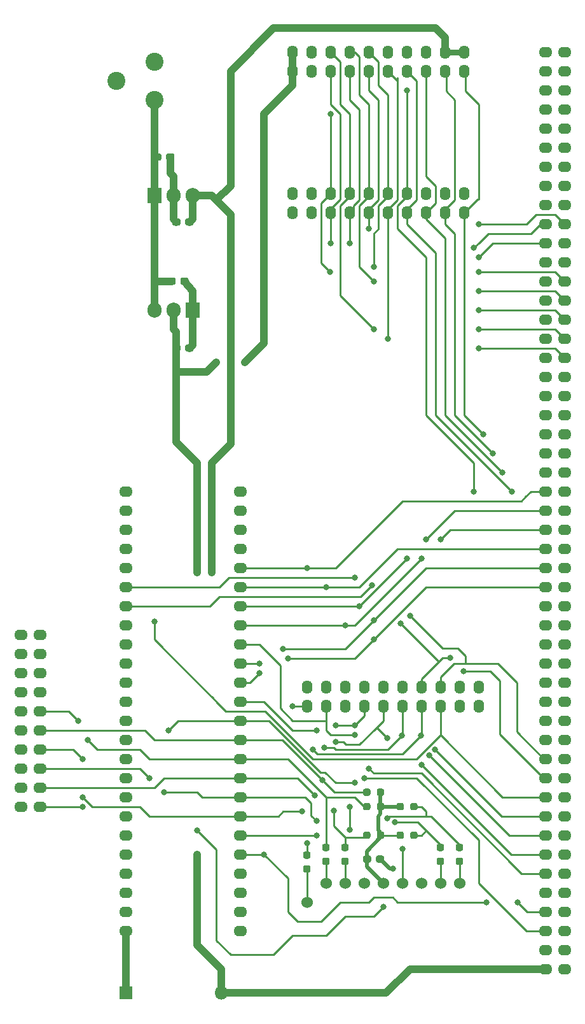
<source format=gbr>
%TF.GenerationSoftware,KiCad,Pcbnew,(5.1.9)-1*%
%TF.CreationDate,2021-10-09T15:43:02-04:00*%
%TF.ProjectId,4wire_sd_breakout,34776972-655f-4736-945f-627265616b6f,rev?*%
%TF.SameCoordinates,Original*%
%TF.FileFunction,Copper,L1,Top*%
%TF.FilePolarity,Positive*%
%FSLAX46Y46*%
G04 Gerber Fmt 4.6, Leading zero omitted, Abs format (unit mm)*
G04 Created by KiCad (PCBNEW (5.1.9)-1) date 2021-10-09 15:43:02*
%MOMM*%
%LPD*%
G01*
G04 APERTURE LIST*
%TA.AperFunction,ComponentPad*%
%ADD10C,1.524000*%
%TD*%
%TA.AperFunction,ComponentPad*%
%ADD11O,1.800000X1.400000*%
%TD*%
%TA.AperFunction,ComponentPad*%
%ADD12O,1.400000X1.800000*%
%TD*%
%TA.AperFunction,ComponentPad*%
%ADD13O,1.905000X2.000000*%
%TD*%
%TA.AperFunction,ComponentPad*%
%ADD14R,1.905000X2.000000*%
%TD*%
%TA.AperFunction,ComponentPad*%
%ADD15C,2.400000*%
%TD*%
%TA.AperFunction,ComponentPad*%
%ADD16O,1.800000X1.800000*%
%TD*%
%TA.AperFunction,ComponentPad*%
%ADD17R,1.800000X1.800000*%
%TD*%
%TA.AperFunction,ViaPad*%
%ADD18C,0.800000*%
%TD*%
%TA.AperFunction,Conductor*%
%ADD19C,1.000000*%
%TD*%
%TA.AperFunction,Conductor*%
%ADD20C,0.500000*%
%TD*%
%TA.AperFunction,Conductor*%
%ADD21C,0.250000*%
%TD*%
%TA.AperFunction,Conductor*%
%ADD22C,0.750000*%
%TD*%
G04 APERTURE END LIST*
%TO.P,R6,2*%
%TO.N,Net-(R6-Pad2)*%
%TA.AperFunction,SMDPad,CuDef*%
G36*
G01*
X83582500Y-155111000D02*
X84057500Y-155111000D01*
G75*
G02*
X84295000Y-155348500I0J-237500D01*
G01*
X84295000Y-155848500D01*
G75*
G02*
X84057500Y-156086000I-237500J0D01*
G01*
X83582500Y-156086000D01*
G75*
G02*
X83345000Y-155848500I0J237500D01*
G01*
X83345000Y-155348500D01*
G75*
G02*
X83582500Y-155111000I237500J0D01*
G01*
G37*
%TD.AperFunction*%
%TO.P,R6,1*%
%TO.N,/SD_DAT2*%
%TA.AperFunction,SMDPad,CuDef*%
G36*
G01*
X83582500Y-153286000D02*
X84057500Y-153286000D01*
G75*
G02*
X84295000Y-153523500I0J-237500D01*
G01*
X84295000Y-154023500D01*
G75*
G02*
X84057500Y-154261000I-237500J0D01*
G01*
X83582500Y-154261000D01*
G75*
G02*
X83345000Y-154023500I0J237500D01*
G01*
X83345000Y-153523500D01*
G75*
G02*
X83582500Y-153286000I237500J0D01*
G01*
G37*
%TD.AperFunction*%
%TD*%
D10*
%TO.P,U6,9*%
%TO.N,Net-(R6-Pad2)*%
X83820000Y-160020000D03*
%TO.P,U6,8*%
%TO.N,Net-(R10-Pad2)*%
X104140000Y-157480000D03*
%TO.P,U6,7*%
%TO.N,Net-(R9-Pad2)*%
X101600000Y-157480000D03*
%TO.P,U6,6*%
%TO.N,GND*%
X99060000Y-157480000D03*
%TO.P,U6,5*%
%TO.N,/SD_CLK*%
X96520000Y-157480000D03*
%TO.P,U6,4*%
%TO.N,+3V3*%
X93980000Y-157480000D03*
%TO.P,U6,3*%
%TO.N,GND*%
X91440000Y-157480000D03*
%TO.P,U6,2*%
%TO.N,Net-(R8-Pad2)*%
X88900000Y-157480000D03*
%TO.P,U6,1*%
%TO.N,Net-(R7-Pad2)*%
X86360000Y-157480000D03*
%TD*%
D11*
%TO.P,U4,24*%
%TO.N,Net-(D1-Pad1)*%
X59690000Y-163830000D03*
%TO.P,U4,25*%
%TO.N,GND*%
X74930000Y-163830000D03*
%TO.P,U4,23*%
%TO.N,Net-(U4-Pad23)*%
X59690000Y-161290000D03*
%TO.P,U4,26*%
%TO.N,/Sig_0*%
X74930000Y-161290000D03*
%TO.P,U4,22*%
%TO.N,Net-(U4-Pad22)*%
X59690000Y-158750000D03*
%TO.P,U4,27*%
%TO.N,/Sig_1*%
X74930000Y-158750000D03*
%TO.P,U4,21*%
%TO.N,Net-(U4-Pad21)*%
X59690000Y-156210000D03*
%TO.P,U4,28*%
%TO.N,/Sig_2*%
X74930000Y-156210000D03*
%TO.P,U4,20*%
%TO.N,Net-(U4-Pad20)*%
X59690000Y-153670000D03*
%TO.P,U4,29*%
%TO.N,/CMD_CS*%
X74930000Y-153670000D03*
%TO.P,U4,19*%
%TO.N,Net-(U4-Pad19)*%
X59690000Y-151130000D03*
%TO.P,U4,30*%
%TO.N,/CMD_MOSI*%
X74930000Y-151130000D03*
%TO.P,U4,18*%
%TO.N,Net-(U4-Pad18)*%
X59690000Y-148590000D03*
%TO.P,U4,31*%
%TO.N,/SD_DAT1*%
X74930000Y-148590000D03*
%TO.P,U4,17*%
%TO.N,Net-(U4-Pad17)*%
X59690000Y-146050000D03*
%TO.P,U4,32*%
%TO.N,/SD_DAT0*%
X74930000Y-146050000D03*
%TO.P,U4,16*%
%TO.N,Net-(U4-Pad16)*%
X59690000Y-143510000D03*
%TO.P,U4,33*%
%TO.N,/SD_CMD*%
X74930000Y-143510000D03*
%TO.P,U4,15*%
%TO.N,Net-(U4-Pad15)*%
X59690000Y-140970000D03*
%TO.P,U4,34*%
%TO.N,/SD_DAT3*%
X74930000Y-140970000D03*
%TO.P,U4,14*%
%TO.N,Net-(U4-Pad14)*%
X59690000Y-138430000D03*
%TO.P,U4,35*%
%TO.N,/SD_DAT2*%
X74930000Y-138430000D03*
%TO.P,U4,13*%
%TO.N,Net-(U4-Pad13)*%
X59690000Y-135890000D03*
%TO.P,U4,36*%
%TO.N,/SD_CLK*%
X74930000Y-135890000D03*
%TO.P,U4,12*%
%TO.N,Net-(U4-Pad12)*%
X59690000Y-133350000D03*
%TO.P,U4,37*%
%TO.N,/CMD_MISO*%
X74930000Y-133350000D03*
%TO.P,U4,11*%
%TO.N,Net-(U4-Pad11)*%
X59690000Y-130810000D03*
%TO.P,U4,38*%
%TO.N,/DATA_D2*%
X74930000Y-130810000D03*
%TO.P,U4,10*%
%TO.N,Net-(U4-Pad10)*%
X59690000Y-128270000D03*
%TO.P,U4,39*%
%TO.N,/DATA_D3*%
X74930000Y-128270000D03*
%TO.P,U4,9*%
%TO.N,Net-(U4-Pad9)*%
X59690000Y-125730000D03*
%TO.P,U4,40*%
%TO.N,/CMD_CLK*%
X74930000Y-125730000D03*
%TO.P,U4,8*%
%TO.N,Net-(U4-Pad8)*%
X59690000Y-123190000D03*
%TO.P,U4,41*%
%TO.N,/DATA_D0*%
X74930000Y-123190000D03*
%TO.P,U4,7*%
%TO.N,/Sig_5*%
X59690000Y-120650000D03*
%TO.P,U4,42*%
%TO.N,/DATA_D1*%
X74930000Y-120650000D03*
%TO.P,U4,6*%
%TO.N,/Sig_4*%
X59690000Y-118110000D03*
%TO.P,U4,43*%
%TO.N,/DATA_CLK*%
X74930000Y-118110000D03*
%TO.P,U4,5*%
%TO.N,/Sig_3*%
X59690000Y-115570000D03*
%TO.P,U4,44*%
%TO.N,/DATA_FSS*%
X74930000Y-115570000D03*
%TO.P,U4,4*%
%TO.N,Net-(U4-Pad4)*%
X59690000Y-113030000D03*
%TO.P,U4,45*%
%TO.N,Net-(U4-Pad45)*%
X74930000Y-113030000D03*
%TO.P,U4,3*%
%TO.N,Net-(U4-Pad3)*%
X59690000Y-110490000D03*
%TO.P,U4,46*%
%TO.N,Net-(U4-Pad46)*%
X74930000Y-110490000D03*
%TO.P,U4,2*%
%TO.N,Net-(U4-Pad2)*%
X59690000Y-107950000D03*
%TO.P,U4,47*%
%TO.N,Net-(U4-Pad47)*%
X74930000Y-107950000D03*
%TO.P,U4,1*%
%TO.N,Net-(U4-Pad1)*%
X59690000Y-105410000D03*
%TO.P,U4,48*%
%TO.N,Net-(U4-Pad48)*%
X74930000Y-105410000D03*
%TD*%
D12*
%TO.P,U8,10*%
%TO.N,Net-(U8-Pad10)*%
X81915000Y-65786000D03*
%TO.P,U8,20*%
%TO.N,Net-(U8-Pad20)*%
X81915000Y-68326000D03*
%TO.P,U8,9*%
%TO.N,GND*%
X84455000Y-65786000D03*
%TO.P,U8,19*%
X84455000Y-68326000D03*
%TO.P,U8,8*%
%TO.N,/USB0_CLK*%
X86995000Y-65786000D03*
%TO.P,U8,18*%
%TO.N,/USB0_DAT7*%
X86995000Y-68326000D03*
%TO.P,U8,7*%
%TO.N,/USB0_STP*%
X89535000Y-65786000D03*
%TO.P,U8,17*%
%TO.N,/USB0_DAT6*%
X89535000Y-68326000D03*
%TO.P,U8,6*%
%TO.N,/USB0_NXT*%
X92075000Y-65786000D03*
%TO.P,U8,16*%
%TO.N,/USB0_DAT5*%
X92075000Y-68326000D03*
%TO.P,U8,5*%
%TO.N,/USB0_DIR*%
X94615000Y-65786000D03*
%TO.P,U8,15*%
%TO.N,/USB0_DAT4*%
X94615000Y-68326000D03*
%TO.P,U8,4*%
%TO.N,/USB0_RST*%
X97155000Y-65786000D03*
%TO.P,U8,14*%
%TO.N,/USB0_DAT3*%
X97155000Y-68326000D03*
%TO.P,U8,3*%
%TO.N,Net-(U8-Pad3)*%
X99695000Y-65786000D03*
%TO.P,U8,13*%
%TO.N,/USB0_DAT2*%
X99695000Y-68326000D03*
%TO.P,U8,2*%
%TO.N,Net-(U8-Pad2)*%
X102235000Y-65786000D03*
%TO.P,U8,12*%
%TO.N,/USB0_DAT1*%
X102235000Y-68326000D03*
%TO.P,U8,1*%
%TO.N,Net-(U8-Pad1)*%
X104775000Y-65786000D03*
%TO.P,U8,11*%
%TO.N,/USB0_DAT0*%
X104775000Y-68326000D03*
%TD*%
%TO.P,U7,10*%
%TO.N,+3V3*%
X81915000Y-46990000D03*
%TO.P,U7,20*%
X81915000Y-49530000D03*
%TO.P,U7,9*%
%TO.N,GND*%
X84455000Y-46990000D03*
%TO.P,U7,19*%
X84455000Y-49530000D03*
%TO.P,U7,8*%
%TO.N,/USB0_STP*%
X86995000Y-46990000D03*
%TO.P,U7,18*%
%TO.N,/USB0_DAT7*%
X86995000Y-49530000D03*
%TO.P,U7,7*%
%TO.N,/USB0_NXT*%
X89535000Y-46990000D03*
%TO.P,U7,17*%
%TO.N,/USB0_DAT6*%
X89535000Y-49530000D03*
%TO.P,U7,6*%
%TO.N,/USB0_DIR*%
X92075000Y-46990000D03*
%TO.P,U7,16*%
%TO.N,/USB0_DAT5*%
X92075000Y-49530000D03*
%TO.P,U7,5*%
%TO.N,/USB0_CLK*%
X94615000Y-46990000D03*
%TO.P,U7,15*%
%TO.N,/USB0_DAT4*%
X94615000Y-49530000D03*
%TO.P,U7,4*%
%TO.N,/USB0_RST*%
X97155000Y-46990000D03*
%TO.P,U7,14*%
%TO.N,/USB0_DAT3*%
X97155000Y-49530000D03*
%TO.P,U7,3*%
%TO.N,Net-(U7-Pad3)*%
X99695000Y-46990000D03*
%TO.P,U7,13*%
%TO.N,/USB0_DAT2*%
X99695000Y-49530000D03*
%TO.P,U7,2*%
%TO.N,+5V*%
X102235000Y-46990000D03*
%TO.P,U7,12*%
%TO.N,/USB0_DAT1*%
X102235000Y-49530000D03*
%TO.P,U7,1*%
%TO.N,+5V*%
X104775000Y-46990000D03*
%TO.P,U7,11*%
%TO.N,/USB0_DAT0*%
X104775000Y-49530000D03*
%TD*%
%TO.P,U5,10*%
%TO.N,Net-(U5-Pad10)*%
X106680000Y-133985000D03*
%TO.P,U5,20*%
%TO.N,Net-(U5-Pad20)*%
X106680000Y-131445000D03*
%TO.P,U5,9*%
%TO.N,GND*%
X104140000Y-133985000D03*
%TO.P,U5,19*%
X104140000Y-131445000D03*
%TO.P,U5,8*%
%TO.N,/Sig_3*%
X101600000Y-133985000D03*
%TO.P,U5,18*%
%TO.N,/Sig_5*%
X101600000Y-131445000D03*
%TO.P,U5,7*%
%TO.N,/Sig_2*%
X99060000Y-133985000D03*
%TO.P,U5,17*%
%TO.N,/Sig_4*%
X99060000Y-131445000D03*
%TO.P,U5,6*%
%TO.N,/Sig_1*%
X96520000Y-133985000D03*
%TO.P,U5,16*%
%TO.N,/DATA_D3*%
X96520000Y-131445000D03*
%TO.P,U5,5*%
%TO.N,/Sig_0*%
X93980000Y-133985000D03*
%TO.P,U5,15*%
%TO.N,/DATA_D2*%
X93980000Y-131445000D03*
%TO.P,U5,4*%
%TO.N,/CMD_MISO*%
X91440000Y-133985000D03*
%TO.P,U5,14*%
%TO.N,/DATA_D1*%
X91440000Y-131445000D03*
%TO.P,U5,3*%
%TO.N,/CMD_MOSI*%
X88900000Y-133985000D03*
%TO.P,U5,13*%
%TO.N,/DATA_D0*%
X88900000Y-131445000D03*
%TO.P,U5,2*%
%TO.N,/CMD_CLK*%
X86360000Y-133985000D03*
%TO.P,U5,12*%
%TO.N,/DATA_CLK*%
X86360000Y-131445000D03*
%TO.P,U5,1*%
%TO.N,/CMD_CS*%
X83820000Y-133985000D03*
%TO.P,U5,11*%
%TO.N,/DATA_FSS*%
X83820000Y-131445000D03*
%TD*%
D11*
%TO.P,U3,10*%
%TO.N,Net-(U3-Pad10)*%
X48260000Y-124460000D03*
%TO.P,U3,20*%
%TO.N,Net-(U3-Pad20)*%
X45720000Y-124460000D03*
%TO.P,U3,9*%
%TO.N,GND*%
X48260000Y-127000000D03*
%TO.P,U3,19*%
X45720000Y-127000000D03*
%TO.P,U3,8*%
%TO.N,Net-(U3-Pad8)*%
X48260000Y-129540000D03*
%TO.P,U3,18*%
%TO.N,Net-(U3-Pad18)*%
X45720000Y-129540000D03*
%TO.P,U3,7*%
%TO.N,Net-(U3-Pad7)*%
X48260000Y-132080000D03*
%TO.P,U3,17*%
%TO.N,Net-(U3-Pad17)*%
X45720000Y-132080000D03*
%TO.P,U3,6*%
%TO.N,/SD_DAT3*%
X48260000Y-134620000D03*
%TO.P,U3,16*%
%TO.N,Net-(U3-Pad16)*%
X45720000Y-134620000D03*
%TO.P,U3,5*%
%TO.N,/SD_DAT2*%
X48260000Y-137160000D03*
%TO.P,U3,15*%
%TO.N,Net-(U3-Pad15)*%
X45720000Y-137160000D03*
%TO.P,U3,4*%
%TO.N,/SD_DAT1*%
X48260000Y-139700000D03*
%TO.P,U3,14*%
%TO.N,Net-(U3-Pad14)*%
X45720000Y-139700000D03*
%TO.P,U3,3*%
%TO.N,/SD_DAT0*%
X48260000Y-142240000D03*
%TO.P,U3,13*%
%TO.N,Net-(U3-Pad13)*%
X45720000Y-142240000D03*
%TO.P,U3,2*%
%TO.N,/SD_CMD*%
X48260000Y-144780000D03*
%TO.P,U3,12*%
%TO.N,Net-(U3-Pad12)*%
X45720000Y-144780000D03*
%TO.P,U3,1*%
%TO.N,/SD_CLK*%
X48260000Y-147320000D03*
%TO.P,U3,11*%
%TO.N,Net-(U3-Pad11)*%
X45720000Y-147320000D03*
%TD*%
D13*
%TO.P,U2,3*%
%TO.N,Net-(C1-Pad2)*%
X63500000Y-81280000D03*
%TO.P,U2,2*%
%TO.N,+3V3*%
X66040000Y-81280000D03*
D14*
%TO.P,U2,1*%
%TO.N,GND*%
X68580000Y-81280000D03*
%TD*%
D13*
%TO.P,U1,3*%
%TO.N,+5V*%
X68580000Y-66040000D03*
%TO.P,U1,2*%
%TO.N,GND*%
X66040000Y-66040000D03*
D14*
%TO.P,U1,1*%
%TO.N,Net-(C1-Pad2)*%
X63500000Y-66040000D03*
%TD*%
%TO.P,R10,2*%
%TO.N,Net-(R10-Pad2)*%
%TA.AperFunction,SMDPad,CuDef*%
G36*
G01*
X103902500Y-154095000D02*
X104377500Y-154095000D01*
G75*
G02*
X104615000Y-154332500I0J-237500D01*
G01*
X104615000Y-154832500D01*
G75*
G02*
X104377500Y-155070000I-237500J0D01*
G01*
X103902500Y-155070000D01*
G75*
G02*
X103665000Y-154832500I0J237500D01*
G01*
X103665000Y-154332500D01*
G75*
G02*
X103902500Y-154095000I237500J0D01*
G01*
G37*
%TD.AperFunction*%
%TO.P,R10,1*%
%TO.N,/SD_DAT1*%
%TA.AperFunction,SMDPad,CuDef*%
G36*
G01*
X103902500Y-152270000D02*
X104377500Y-152270000D01*
G75*
G02*
X104615000Y-152507500I0J-237500D01*
G01*
X104615000Y-153007500D01*
G75*
G02*
X104377500Y-153245000I-237500J0D01*
G01*
X103902500Y-153245000D01*
G75*
G02*
X103665000Y-153007500I0J237500D01*
G01*
X103665000Y-152507500D01*
G75*
G02*
X103902500Y-152270000I237500J0D01*
G01*
G37*
%TD.AperFunction*%
%TD*%
%TO.P,R9,2*%
%TO.N,Net-(R9-Pad2)*%
%TA.AperFunction,SMDPad,CuDef*%
G36*
G01*
X101362500Y-154095000D02*
X101837500Y-154095000D01*
G75*
G02*
X102075000Y-154332500I0J-237500D01*
G01*
X102075000Y-154832500D01*
G75*
G02*
X101837500Y-155070000I-237500J0D01*
G01*
X101362500Y-155070000D01*
G75*
G02*
X101125000Y-154832500I0J237500D01*
G01*
X101125000Y-154332500D01*
G75*
G02*
X101362500Y-154095000I237500J0D01*
G01*
G37*
%TD.AperFunction*%
%TO.P,R9,1*%
%TO.N,/SD_DAT0*%
%TA.AperFunction,SMDPad,CuDef*%
G36*
G01*
X101362500Y-152270000D02*
X101837500Y-152270000D01*
G75*
G02*
X102075000Y-152507500I0J-237500D01*
G01*
X102075000Y-153007500D01*
G75*
G02*
X101837500Y-153245000I-237500J0D01*
G01*
X101362500Y-153245000D01*
G75*
G02*
X101125000Y-153007500I0J237500D01*
G01*
X101125000Y-152507500D01*
G75*
G02*
X101362500Y-152270000I237500J0D01*
G01*
G37*
%TD.AperFunction*%
%TD*%
%TO.P,R8,2*%
%TO.N,Net-(R8-Pad2)*%
%TA.AperFunction,SMDPad,CuDef*%
G36*
G01*
X88662500Y-154095000D02*
X89137500Y-154095000D01*
G75*
G02*
X89375000Y-154332500I0J-237500D01*
G01*
X89375000Y-154832500D01*
G75*
G02*
X89137500Y-155070000I-237500J0D01*
G01*
X88662500Y-155070000D01*
G75*
G02*
X88425000Y-154832500I0J237500D01*
G01*
X88425000Y-154332500D01*
G75*
G02*
X88662500Y-154095000I237500J0D01*
G01*
G37*
%TD.AperFunction*%
%TO.P,R8,1*%
%TO.N,/SD_CMD*%
%TA.AperFunction,SMDPad,CuDef*%
G36*
G01*
X88662500Y-152270000D02*
X89137500Y-152270000D01*
G75*
G02*
X89375000Y-152507500I0J-237500D01*
G01*
X89375000Y-153007500D01*
G75*
G02*
X89137500Y-153245000I-237500J0D01*
G01*
X88662500Y-153245000D01*
G75*
G02*
X88425000Y-153007500I0J237500D01*
G01*
X88425000Y-152507500D01*
G75*
G02*
X88662500Y-152270000I237500J0D01*
G01*
G37*
%TD.AperFunction*%
%TD*%
%TO.P,R7,2*%
%TO.N,Net-(R7-Pad2)*%
%TA.AperFunction,SMDPad,CuDef*%
G36*
G01*
X86122500Y-154095000D02*
X86597500Y-154095000D01*
G75*
G02*
X86835000Y-154332500I0J-237500D01*
G01*
X86835000Y-154832500D01*
G75*
G02*
X86597500Y-155070000I-237500J0D01*
G01*
X86122500Y-155070000D01*
G75*
G02*
X85885000Y-154832500I0J237500D01*
G01*
X85885000Y-154332500D01*
G75*
G02*
X86122500Y-154095000I237500J0D01*
G01*
G37*
%TD.AperFunction*%
%TO.P,R7,1*%
%TO.N,/SD_DAT3*%
%TA.AperFunction,SMDPad,CuDef*%
G36*
G01*
X86122500Y-152270000D02*
X86597500Y-152270000D01*
G75*
G02*
X86835000Y-152507500I0J-237500D01*
G01*
X86835000Y-153007500D01*
G75*
G02*
X86597500Y-153245000I-237500J0D01*
G01*
X86122500Y-153245000D01*
G75*
G02*
X85885000Y-153007500I0J237500D01*
G01*
X85885000Y-152507500D01*
G75*
G02*
X86122500Y-152270000I237500J0D01*
G01*
G37*
%TD.AperFunction*%
%TD*%
%TO.P,R5,2*%
%TO.N,+3V3*%
%TA.AperFunction,SMDPad,CuDef*%
G36*
G01*
X96730000Y-147082500D02*
X96730000Y-147557500D01*
G75*
G02*
X96492500Y-147795000I-237500J0D01*
G01*
X95992500Y-147795000D01*
G75*
G02*
X95755000Y-147557500I0J237500D01*
G01*
X95755000Y-147082500D01*
G75*
G02*
X95992500Y-146845000I237500J0D01*
G01*
X96492500Y-146845000D01*
G75*
G02*
X96730000Y-147082500I0J-237500D01*
G01*
G37*
%TD.AperFunction*%
%TO.P,R5,1*%
%TO.N,/SD_DAT1*%
%TA.AperFunction,SMDPad,CuDef*%
G36*
G01*
X98555000Y-147082500D02*
X98555000Y-147557500D01*
G75*
G02*
X98317500Y-147795000I-237500J0D01*
G01*
X97817500Y-147795000D01*
G75*
G02*
X97580000Y-147557500I0J237500D01*
G01*
X97580000Y-147082500D01*
G75*
G02*
X97817500Y-146845000I237500J0D01*
G01*
X98317500Y-146845000D01*
G75*
G02*
X98555000Y-147082500I0J-237500D01*
G01*
G37*
%TD.AperFunction*%
%TD*%
%TO.P,R4,2*%
%TO.N,+3V3*%
%TA.AperFunction,SMDPad,CuDef*%
G36*
G01*
X96730000Y-150892500D02*
X96730000Y-151367500D01*
G75*
G02*
X96492500Y-151605000I-237500J0D01*
G01*
X95992500Y-151605000D01*
G75*
G02*
X95755000Y-151367500I0J237500D01*
G01*
X95755000Y-150892500D01*
G75*
G02*
X95992500Y-150655000I237500J0D01*
G01*
X96492500Y-150655000D01*
G75*
G02*
X96730000Y-150892500I0J-237500D01*
G01*
G37*
%TD.AperFunction*%
%TO.P,R4,1*%
%TO.N,/SD_DAT0*%
%TA.AperFunction,SMDPad,CuDef*%
G36*
G01*
X98555000Y-150892500D02*
X98555000Y-151367500D01*
G75*
G02*
X98317500Y-151605000I-237500J0D01*
G01*
X97817500Y-151605000D01*
G75*
G02*
X97580000Y-151367500I0J237500D01*
G01*
X97580000Y-150892500D01*
G75*
G02*
X97817500Y-150655000I237500J0D01*
G01*
X98317500Y-150655000D01*
G75*
G02*
X98555000Y-150892500I0J-237500D01*
G01*
G37*
%TD.AperFunction*%
%TD*%
%TO.P,R3,2*%
%TO.N,+3V3*%
%TA.AperFunction,SMDPad,CuDef*%
G36*
G01*
X93135000Y-151367500D02*
X93135000Y-150892500D01*
G75*
G02*
X93372500Y-150655000I237500J0D01*
G01*
X93872500Y-150655000D01*
G75*
G02*
X94110000Y-150892500I0J-237500D01*
G01*
X94110000Y-151367500D01*
G75*
G02*
X93872500Y-151605000I-237500J0D01*
G01*
X93372500Y-151605000D01*
G75*
G02*
X93135000Y-151367500I0J237500D01*
G01*
G37*
%TD.AperFunction*%
%TO.P,R3,1*%
%TO.N,/SD_CMD*%
%TA.AperFunction,SMDPad,CuDef*%
G36*
G01*
X91310000Y-151367500D02*
X91310000Y-150892500D01*
G75*
G02*
X91547500Y-150655000I237500J0D01*
G01*
X92047500Y-150655000D01*
G75*
G02*
X92285000Y-150892500I0J-237500D01*
G01*
X92285000Y-151367500D01*
G75*
G02*
X92047500Y-151605000I-237500J0D01*
G01*
X91547500Y-151605000D01*
G75*
G02*
X91310000Y-151367500I0J237500D01*
G01*
G37*
%TD.AperFunction*%
%TD*%
%TO.P,R2,2*%
%TO.N,+3V3*%
%TA.AperFunction,SMDPad,CuDef*%
G36*
G01*
X93135000Y-147557500D02*
X93135000Y-147082500D01*
G75*
G02*
X93372500Y-146845000I237500J0D01*
G01*
X93872500Y-146845000D01*
G75*
G02*
X94110000Y-147082500I0J-237500D01*
G01*
X94110000Y-147557500D01*
G75*
G02*
X93872500Y-147795000I-237500J0D01*
G01*
X93372500Y-147795000D01*
G75*
G02*
X93135000Y-147557500I0J237500D01*
G01*
G37*
%TD.AperFunction*%
%TO.P,R2,1*%
%TO.N,/SD_DAT3*%
%TA.AperFunction,SMDPad,CuDef*%
G36*
G01*
X91310000Y-147557500D02*
X91310000Y-147082500D01*
G75*
G02*
X91547500Y-146845000I237500J0D01*
G01*
X92047500Y-146845000D01*
G75*
G02*
X92285000Y-147082500I0J-237500D01*
G01*
X92285000Y-147557500D01*
G75*
G02*
X92047500Y-147795000I-237500J0D01*
G01*
X91547500Y-147795000D01*
G75*
G02*
X91310000Y-147557500I0J237500D01*
G01*
G37*
%TD.AperFunction*%
%TD*%
%TO.P,R1,2*%
%TO.N,+3V3*%
%TA.AperFunction,SMDPad,CuDef*%
G36*
G01*
X93135000Y-145652500D02*
X93135000Y-145177500D01*
G75*
G02*
X93372500Y-144940000I237500J0D01*
G01*
X93872500Y-144940000D01*
G75*
G02*
X94110000Y-145177500I0J-237500D01*
G01*
X94110000Y-145652500D01*
G75*
G02*
X93872500Y-145890000I-237500J0D01*
G01*
X93372500Y-145890000D01*
G75*
G02*
X93135000Y-145652500I0J237500D01*
G01*
G37*
%TD.AperFunction*%
%TO.P,R1,1*%
%TO.N,/SD_DAT2*%
%TA.AperFunction,SMDPad,CuDef*%
G36*
G01*
X91310000Y-145652500D02*
X91310000Y-145177500D01*
G75*
G02*
X91547500Y-144940000I237500J0D01*
G01*
X92047500Y-144940000D01*
G75*
G02*
X92285000Y-145177500I0J-237500D01*
G01*
X92285000Y-145652500D01*
G75*
G02*
X92047500Y-145890000I-237500J0D01*
G01*
X91547500Y-145890000D01*
G75*
G02*
X91310000Y-145652500I0J237500D01*
G01*
G37*
%TD.AperFunction*%
%TD*%
D11*
%TO.P,J2,97*%
%TO.N,Net-(J2-Pad97)*%
X118110000Y-46990000D03*
%TO.P,J2,98*%
%TO.N,Net-(J2-Pad98)*%
X115570000Y-46990000D03*
%TO.P,J2,95*%
%TO.N,Net-(J2-Pad95)*%
X118110000Y-49530000D03*
%TO.P,J2,96*%
%TO.N,GND*%
X115570000Y-49530000D03*
%TO.P,J2,93*%
%TO.N,Net-(J2-Pad93)*%
X118110000Y-52070000D03*
%TO.P,J2,94*%
%TO.N,Net-(J2-Pad94)*%
X115570000Y-52070000D03*
%TO.P,J2,91*%
%TO.N,Net-(J2-Pad91)*%
X118110000Y-54610000D03*
%TO.P,J2,92*%
%TO.N,Net-(J2-Pad92)*%
X115570000Y-54610000D03*
%TO.P,J2,89*%
%TO.N,Net-(J2-Pad89)*%
X118110000Y-57150000D03*
%TO.P,J2,90*%
%TO.N,Net-(J2-Pad90)*%
X115570000Y-57150000D03*
%TO.P,J2,87*%
%TO.N,Net-(J2-Pad87)*%
X118110000Y-59690000D03*
%TO.P,J2,88*%
%TO.N,Net-(J2-Pad88)*%
X115570000Y-59690000D03*
%TO.P,J2,85*%
%TO.N,Net-(J2-Pad85)*%
X118110000Y-62230000D03*
%TO.P,J2,86*%
%TO.N,Net-(J2-Pad86)*%
X115570000Y-62230000D03*
%TO.P,J2,83*%
%TO.N,Net-(J2-Pad83)*%
X118110000Y-64770000D03*
%TO.P,J2,84*%
%TO.N,Net-(J2-Pad84)*%
X115570000Y-64770000D03*
%TO.P,J2,81*%
%TO.N,Net-(J2-Pad81)*%
X118110000Y-67310000D03*
%TO.P,J2,82*%
%TO.N,Net-(J2-Pad82)*%
X115570000Y-67310000D03*
%TO.P,J2,79*%
%TO.N,/USB0_DAT5*%
X118110000Y-69850000D03*
%TO.P,J2,80*%
%TO.N,/USB0_DAT6*%
X115570000Y-69850000D03*
%TO.P,J2,77*%
%TO.N,Net-(J2-Pad77)*%
X118110000Y-72390000D03*
%TO.P,J2,78*%
%TO.N,/USB0_DAT7*%
X115570000Y-72390000D03*
%TO.P,J2,75*%
%TO.N,Net-(J2-Pad75)*%
X118110000Y-74930000D03*
%TO.P,J2,76*%
%TO.N,Net-(J2-Pad76)*%
X115570000Y-74930000D03*
%TO.P,J2,73*%
%TO.N,/USB0_DIR*%
X118110000Y-77470000D03*
%TO.P,J2,74*%
%TO.N,Net-(J2-Pad74)*%
X115570000Y-77470000D03*
%TO.P,J2,71*%
%TO.N,/USB0_NXT*%
X118110000Y-80010000D03*
%TO.P,J2,72*%
%TO.N,Net-(J2-Pad72)*%
X115570000Y-80010000D03*
%TO.P,J2,69*%
%TO.N,/USB0_CLK*%
X118110000Y-82550000D03*
%TO.P,J2,70*%
%TO.N,Net-(J2-Pad70)*%
X115570000Y-82550000D03*
%TO.P,J2,67*%
%TO.N,/USB0_STP*%
X118110000Y-85090000D03*
%TO.P,J2,68*%
%TO.N,Net-(J2-Pad68)*%
X115570000Y-85090000D03*
%TO.P,J2,65*%
%TO.N,/USB0_DAT4*%
X118110000Y-87630000D03*
%TO.P,J2,66*%
%TO.N,Net-(J2-Pad66)*%
X115570000Y-87630000D03*
%TO.P,J2,63*%
%TO.N,Net-(J2-Pad63)*%
X118110000Y-90170000D03*
%TO.P,J2,64*%
%TO.N,Net-(J2-Pad64)*%
X115570000Y-90170000D03*
%TO.P,J2,61*%
%TO.N,GND*%
X118110000Y-92710000D03*
%TO.P,J2,62*%
X115570000Y-92710000D03*
%TO.P,J2,59*%
%TO.N,Net-(J2-Pad59)*%
X118110000Y-95250000D03*
%TO.P,J2,60*%
%TO.N,Net-(J2-Pad60)*%
X115570000Y-95250000D03*
%TO.P,J2,57*%
%TO.N,Net-(J2-Pad57)*%
X118110000Y-97790000D03*
%TO.P,J2,58*%
%TO.N,Net-(J2-Pad58)*%
X115570000Y-97790000D03*
%TO.P,J2,55*%
%TO.N,Net-(J2-Pad55)*%
X118110000Y-100330000D03*
%TO.P,J2,56*%
%TO.N,Net-(J2-Pad56)*%
X115570000Y-100330000D03*
%TO.P,J2,53*%
%TO.N,Net-(J2-Pad53)*%
X118110000Y-102870000D03*
%TO.P,J2,54*%
%TO.N,Net-(J2-Pad54)*%
X115570000Y-102870000D03*
%TO.P,J2,51*%
%TO.N,Net-(J2-Pad51)*%
X118110000Y-105410000D03*
%TO.P,J2,52*%
%TO.N,/DATA_FSS*%
X115570000Y-105410000D03*
%TO.P,J2,49*%
%TO.N,/USB0_DAT3*%
X118110000Y-107950000D03*
%TO.P,J2,50*%
%TO.N,/DATA_D1*%
X115570000Y-107950000D03*
%TO.P,J2,47*%
%TO.N,/USB0_DAT2*%
X118110000Y-110490000D03*
%TO.P,J2,48*%
%TO.N,/DATA_D0*%
X115570000Y-110490000D03*
%TO.P,J2,45*%
%TO.N,/USB0_DAT1*%
X118110000Y-113030000D03*
%TO.P,J2,46*%
%TO.N,/DATA_CLK*%
X115570000Y-113030000D03*
%TO.P,J2,43*%
%TO.N,/USB0_DAT0*%
X118110000Y-115570000D03*
%TO.P,J2,44*%
%TO.N,/DATA_D3*%
X115570000Y-115570000D03*
%TO.P,J2,41*%
%TO.N,/USB0_RST*%
X118110000Y-118110000D03*
%TO.P,J2,42*%
%TO.N,/DATA_D2*%
X115570000Y-118110000D03*
%TO.P,J2,39*%
%TO.N,Net-(J2-Pad39)*%
X118110000Y-120650000D03*
%TO.P,J2,40*%
%TO.N,Net-(J2-Pad40)*%
X115570000Y-120650000D03*
%TO.P,J2,37*%
%TO.N,Net-(J2-Pad37)*%
X118110000Y-123190000D03*
%TO.P,J2,38*%
%TO.N,Net-(J2-Pad38)*%
X115570000Y-123190000D03*
%TO.P,J2,35*%
%TO.N,GND*%
X118110000Y-125730000D03*
%TO.P,J2,36*%
X115570000Y-125730000D03*
%TO.P,J2,33*%
%TO.N,Net-(J2-Pad33)*%
X118110000Y-128270000D03*
%TO.P,J2,34*%
%TO.N,Net-(J2-Pad34)*%
X115570000Y-128270000D03*
%TO.P,J2,31*%
%TO.N,Net-(J2-Pad31)*%
X118110000Y-130810000D03*
%TO.P,J2,32*%
%TO.N,Net-(J2-Pad32)*%
X115570000Y-130810000D03*
%TO.P,J2,29*%
%TO.N,Net-(J2-Pad29)*%
X118110000Y-133350000D03*
%TO.P,J2,30*%
%TO.N,Net-(J2-Pad30)*%
X115570000Y-133350000D03*
%TO.P,J2,27*%
%TO.N,Net-(J2-Pad27)*%
X118110000Y-135890000D03*
%TO.P,J2,28*%
%TO.N,Net-(J2-Pad28)*%
X115570000Y-135890000D03*
%TO.P,J2,25*%
%TO.N,Net-(J2-Pad25)*%
X118110000Y-138430000D03*
%TO.P,J2,26*%
%TO.N,Net-(J2-Pad26)*%
X115570000Y-138430000D03*
%TO.P,J2,23*%
%TO.N,Net-(J2-Pad23)*%
X118110000Y-140970000D03*
%TO.P,J2,24*%
%TO.N,/Sig_5*%
X115570000Y-140970000D03*
%TO.P,J2,21*%
%TO.N,Net-(J2-Pad21)*%
X118110000Y-143510000D03*
%TO.P,J2,22*%
%TO.N,/Sig_4*%
X115570000Y-143510000D03*
%TO.P,J2,19*%
%TO.N,Net-(J2-Pad19)*%
X118110000Y-146050000D03*
%TO.P,J2,20*%
%TO.N,/Sig_3*%
X115570000Y-146050000D03*
%TO.P,J2,17*%
%TO.N,Net-(J2-Pad17)*%
X118110000Y-148590000D03*
%TO.P,J2,18*%
%TO.N,/Sig_2*%
X115570000Y-148590000D03*
%TO.P,J2,15*%
%TO.N,Net-(J2-Pad15)*%
X118110000Y-151130000D03*
%TO.P,J2,16*%
%TO.N,/Sig_1*%
X115570000Y-151130000D03*
%TO.P,J2,13*%
%TO.N,Net-(J2-Pad13)*%
X118110000Y-153670000D03*
%TO.P,J2,14*%
%TO.N,/Sig_0*%
X115570000Y-153670000D03*
%TO.P,J2,11*%
%TO.N,Net-(J2-Pad11)*%
X118110000Y-156210000D03*
%TO.P,J2,12*%
%TO.N,/CMD_MISO*%
X115570000Y-156210000D03*
%TO.P,J2,9*%
%TO.N,Net-(J2-Pad9)*%
X118110000Y-158750000D03*
%TO.P,J2,10*%
%TO.N,/CMD_MOSI*%
X115570000Y-158750000D03*
%TO.P,J2,7*%
%TO.N,Net-(J2-Pad7)*%
X118110000Y-161290000D03*
%TO.P,J2,8*%
%TO.N,/CMD_CS*%
X115570000Y-161290000D03*
%TO.P,J2,5*%
%TO.N,Net-(J2-Pad5)*%
X118110000Y-163830000D03*
%TO.P,J2,6*%
%TO.N,/CMD_CLK*%
X115570000Y-163830000D03*
%TO.P,J2,3*%
%TO.N,GND*%
X118110000Y-166370000D03*
%TO.P,J2,4*%
X115570000Y-166370000D03*
%TO.P,J2,1*%
%TO.N,Net-(J2-Pad1)*%
X118110000Y-168910000D03*
%TO.P,J2,2*%
%TO.N,+5V*%
X115570000Y-168910000D03*
%TD*%
D15*
%TO.P,J1,3*%
%TO.N,GND*%
X58420000Y-50800000D03*
%TO.P,J1,2*%
X63500000Y-48260000D03*
%TO.P,J1,1*%
%TO.N,Net-(C1-Pad2)*%
X63500000Y-53340000D03*
%TD*%
D16*
%TO.P,D1,2*%
%TO.N,+5V*%
X72390000Y-172085000D03*
D17*
%TO.P,D1,1*%
%TO.N,Net-(D1-Pad1)*%
X59690000Y-172085000D03*
%TD*%
%TO.P,C5,2*%
%TO.N,GND*%
%TA.AperFunction,SMDPad,CuDef*%
G36*
G01*
X93035000Y-154542500D02*
X93035000Y-154067500D01*
G75*
G02*
X93272500Y-153830000I237500J0D01*
G01*
X93872500Y-153830000D01*
G75*
G02*
X94110000Y-154067500I0J-237500D01*
G01*
X94110000Y-154542500D01*
G75*
G02*
X93872500Y-154780000I-237500J0D01*
G01*
X93272500Y-154780000D01*
G75*
G02*
X93035000Y-154542500I0J237500D01*
G01*
G37*
%TD.AperFunction*%
%TO.P,C5,1*%
%TO.N,+3V3*%
%TA.AperFunction,SMDPad,CuDef*%
G36*
G01*
X91310000Y-154542500D02*
X91310000Y-154067500D01*
G75*
G02*
X91547500Y-153830000I237500J0D01*
G01*
X92147500Y-153830000D01*
G75*
G02*
X92385000Y-154067500I0J-237500D01*
G01*
X92385000Y-154542500D01*
G75*
G02*
X92147500Y-154780000I-237500J0D01*
G01*
X91547500Y-154780000D01*
G75*
G02*
X91310000Y-154542500I0J237500D01*
G01*
G37*
%TD.AperFunction*%
%TD*%
%TO.P,C4,2*%
%TO.N,+3V3*%
%TA.AperFunction,SMDPad,CuDef*%
G36*
G01*
X66985000Y-86122500D02*
X66985000Y-86597500D01*
G75*
G02*
X66747500Y-86835000I-237500J0D01*
G01*
X66147500Y-86835000D01*
G75*
G02*
X65910000Y-86597500I0J237500D01*
G01*
X65910000Y-86122500D01*
G75*
G02*
X66147500Y-85885000I237500J0D01*
G01*
X66747500Y-85885000D01*
G75*
G02*
X66985000Y-86122500I0J-237500D01*
G01*
G37*
%TD.AperFunction*%
%TO.P,C4,1*%
%TO.N,GND*%
%TA.AperFunction,SMDPad,CuDef*%
G36*
G01*
X68710000Y-86122500D02*
X68710000Y-86597500D01*
G75*
G02*
X68472500Y-86835000I-237500J0D01*
G01*
X67872500Y-86835000D01*
G75*
G02*
X67635000Y-86597500I0J237500D01*
G01*
X67635000Y-86122500D01*
G75*
G02*
X67872500Y-85885000I237500J0D01*
G01*
X68472500Y-85885000D01*
G75*
G02*
X68710000Y-86122500I0J-237500D01*
G01*
G37*
%TD.AperFunction*%
%TD*%
%TO.P,C3,2*%
%TO.N,Net-(C1-Pad2)*%
%TA.AperFunction,SMDPad,CuDef*%
G36*
G01*
X66350000Y-77232500D02*
X66350000Y-77707500D01*
G75*
G02*
X66112500Y-77945000I-237500J0D01*
G01*
X65512500Y-77945000D01*
G75*
G02*
X65275000Y-77707500I0J237500D01*
G01*
X65275000Y-77232500D01*
G75*
G02*
X65512500Y-76995000I237500J0D01*
G01*
X66112500Y-76995000D01*
G75*
G02*
X66350000Y-77232500I0J-237500D01*
G01*
G37*
%TD.AperFunction*%
%TO.P,C3,1*%
%TO.N,GND*%
%TA.AperFunction,SMDPad,CuDef*%
G36*
G01*
X68075000Y-77232500D02*
X68075000Y-77707500D01*
G75*
G02*
X67837500Y-77945000I-237500J0D01*
G01*
X67237500Y-77945000D01*
G75*
G02*
X67000000Y-77707500I0J237500D01*
G01*
X67000000Y-77232500D01*
G75*
G02*
X67237500Y-76995000I237500J0D01*
G01*
X67837500Y-76995000D01*
G75*
G02*
X68075000Y-77232500I0J-237500D01*
G01*
G37*
%TD.AperFunction*%
%TD*%
%TO.P,C2,2*%
%TO.N,+5V*%
%TA.AperFunction,SMDPad,CuDef*%
G36*
G01*
X67635000Y-69833500D02*
X67635000Y-69358500D01*
G75*
G02*
X67872500Y-69121000I237500J0D01*
G01*
X68472500Y-69121000D01*
G75*
G02*
X68710000Y-69358500I0J-237500D01*
G01*
X68710000Y-69833500D01*
G75*
G02*
X68472500Y-70071000I-237500J0D01*
G01*
X67872500Y-70071000D01*
G75*
G02*
X67635000Y-69833500I0J237500D01*
G01*
G37*
%TD.AperFunction*%
%TO.P,C2,1*%
%TO.N,GND*%
%TA.AperFunction,SMDPad,CuDef*%
G36*
G01*
X65910000Y-69833500D02*
X65910000Y-69358500D01*
G75*
G02*
X66147500Y-69121000I237500J0D01*
G01*
X66747500Y-69121000D01*
G75*
G02*
X66985000Y-69358500I0J-237500D01*
G01*
X66985000Y-69833500D01*
G75*
G02*
X66747500Y-70071000I-237500J0D01*
G01*
X66147500Y-70071000D01*
G75*
G02*
X65910000Y-69833500I0J237500D01*
G01*
G37*
%TD.AperFunction*%
%TD*%
%TO.P,C1,2*%
%TO.N,Net-(C1-Pad2)*%
%TA.AperFunction,SMDPad,CuDef*%
G36*
G01*
X64445000Y-60722500D02*
X64445000Y-61197500D01*
G75*
G02*
X64207500Y-61435000I-237500J0D01*
G01*
X63607500Y-61435000D01*
G75*
G02*
X63370000Y-61197500I0J237500D01*
G01*
X63370000Y-60722500D01*
G75*
G02*
X63607500Y-60485000I237500J0D01*
G01*
X64207500Y-60485000D01*
G75*
G02*
X64445000Y-60722500I0J-237500D01*
G01*
G37*
%TD.AperFunction*%
%TO.P,C1,1*%
%TO.N,GND*%
%TA.AperFunction,SMDPad,CuDef*%
G36*
G01*
X66170000Y-60722500D02*
X66170000Y-61197500D01*
G75*
G02*
X65932500Y-61435000I-237500J0D01*
G01*
X65332500Y-61435000D01*
G75*
G02*
X65095000Y-61197500I0J237500D01*
G01*
X65095000Y-60722500D01*
G75*
G02*
X65332500Y-60485000I237500J0D01*
G01*
X65932500Y-60485000D01*
G75*
G02*
X66170000Y-60722500I0J-237500D01*
G01*
G37*
%TD.AperFunction*%
%TD*%
D18*
%TO.N,GND*%
X95250000Y-155575000D03*
%TO.N,+5V*%
X71120000Y-116205000D03*
X69215000Y-153670000D03*
%TO.N,+3V3*%
X75565000Y-88265000D03*
X69215000Y-150495000D03*
X93980000Y-160655000D03*
X69215000Y-116205000D03*
X71755000Y-88265000D03*
%TO.N,/USB0_DAT5*%
X92075000Y-70485000D03*
X106680000Y-69850000D03*
%TO.N,/USB0_DAT6*%
X106045000Y-73025000D03*
X89535000Y-72390000D03*
%TO.N,/USB0_DAT7*%
X106680000Y-74295000D03*
X86995000Y-72390000D03*
%TO.N,/USB0_DIR*%
X106680000Y-76200000D03*
X92710000Y-75565000D03*
%TO.N,/USB0_NXT*%
X106680000Y-78740000D03*
X92710000Y-77470000D03*
%TO.N,/USB0_CLK*%
X86995000Y-55245000D03*
X106680000Y-81280000D03*
X86868000Y-76200000D03*
%TO.N,/USB0_STP*%
X106680000Y-83820000D03*
X92710000Y-83820000D03*
%TO.N,/USB0_DAT4*%
X106680000Y-86360000D03*
X94615000Y-85090000D03*
%TO.N,/DATA_FSS*%
X83820000Y-115570000D03*
%TO.N,/USB0_DAT3*%
X111125000Y-105410000D03*
%TO.N,/DATA_D1*%
X99695000Y-111760000D03*
X97155000Y-114300000D03*
X90805000Y-120650000D03*
%TO.N,/USB0_DAT2*%
X109855000Y-102870000D03*
%TO.N,/DATA_D0*%
X101600000Y-111760000D03*
X99060000Y-114300000D03*
X88900000Y-123190000D03*
%TO.N,/USB0_DAT1*%
X108585000Y-100330000D03*
%TO.N,/DATA_CLK*%
X86360000Y-118110000D03*
%TO.N,/USB0_DAT0*%
X107315000Y-97790000D03*
%TO.N,/DATA_D3*%
X77470000Y-128270000D03*
X80645000Y-126365000D03*
X92710000Y-122555000D03*
%TO.N,/USB0_RST*%
X97155000Y-52070000D03*
X106045000Y-105410000D03*
%TO.N,/DATA_D2*%
X81280000Y-127635000D03*
X77470000Y-129540000D03*
X92710000Y-125095000D03*
%TO.N,/Sig_5*%
X92456000Y-117856000D03*
X97536000Y-121920000D03*
%TO.N,/Sig_4*%
X102870000Y-127508000D03*
X104648000Y-129286000D03*
X90170000Y-116840000D03*
X96266000Y-122936000D03*
%TO.N,/Sig_3*%
X63500000Y-122682000D03*
%TO.N,/Sig_2*%
X84582000Y-139700000D03*
X98996500Y-137858500D03*
X100838000Y-139700000D03*
%TO.N,/Sig_1*%
X86106000Y-139446000D03*
X100076000Y-140462000D03*
X96456500Y-137858500D03*
%TO.N,/Sig_0*%
X99060000Y-141732000D03*
X94488000Y-138176000D03*
X87630000Y-138684000D03*
%TO.N,/CMD_MISO*%
X85090000Y-137160000D03*
X92075000Y-142240000D03*
X87630000Y-136525000D03*
X90170000Y-136525000D03*
%TO.N,/CMD_MOSI*%
X89535000Y-150368000D03*
X89535000Y-147320000D03*
X85090000Y-151130000D03*
%TO.N,/CMD_CS*%
X107696000Y-160020000D03*
X81915000Y-133985000D03*
X78105000Y-153670000D03*
X111887000Y-160020000D03*
%TO.N,/CMD_CLK*%
X90170000Y-137795000D03*
X91440000Y-143510000D03*
%TO.N,/SD_DAT2*%
X85852000Y-143764000D03*
X83820000Y-152146000D03*
%TO.N,/SD_DAT3*%
X53340000Y-135890000D03*
X54610000Y-138430000D03*
%TO.N,/SD_CMD*%
X87376000Y-147828000D03*
X84836000Y-145796000D03*
%TO.N,/SD_DAT0*%
X95504000Y-149352000D03*
X85090000Y-149225000D03*
X62865000Y-143510000D03*
X64770000Y-145415000D03*
%TO.N,/SD_DAT1*%
X83185000Y-147955000D03*
X53975000Y-146050000D03*
X53975000Y-140970000D03*
X94488000Y-148844000D03*
%TO.N,/SD_CLK*%
X96520000Y-152908000D03*
X53975000Y-147320000D03*
X65405000Y-137160000D03*
X90170000Y-144145000D03*
%TD*%
D19*
%TO.N,Net-(C1-Pad2)*%
X63500000Y-77470000D02*
X63500000Y-66040000D01*
X63500000Y-81280000D02*
X63500000Y-77470000D01*
X63907500Y-60960000D02*
X63500000Y-60960000D01*
X63500000Y-60960000D02*
X63500000Y-66040000D01*
X63500000Y-53340000D02*
X63500000Y-60960000D01*
X65812500Y-77470000D02*
X63500000Y-77470000D01*
%TO.N,GND*%
X66040000Y-69188500D02*
X66447500Y-69596000D01*
X66040000Y-66040000D02*
X66040000Y-69188500D01*
X65632500Y-60960000D02*
X65632500Y-63092500D01*
X66040000Y-63500000D02*
X66040000Y-66040000D01*
X65632500Y-63092500D02*
X66040000Y-63500000D01*
X68580000Y-78740000D02*
X68580000Y-81280000D01*
X67537500Y-77470000D02*
X68580000Y-78740000D01*
X68580000Y-85952500D02*
X68172500Y-86360000D01*
X68580000Y-81280000D02*
X68580000Y-85952500D01*
D20*
X94842500Y-155575000D02*
X93572500Y-154305000D01*
X95250000Y-155575000D02*
X94842500Y-155575000D01*
D19*
%TO.N,+5V*%
X72390000Y-172085000D02*
X94361000Y-172085000D01*
X97536000Y-168910000D02*
X115570000Y-168910000D01*
X94361000Y-172085000D02*
X97536000Y-168910000D01*
X68580000Y-69188500D02*
X68172500Y-69596000D01*
X68580000Y-66040000D02*
X68580000Y-69188500D01*
D21*
X73660000Y-68580000D02*
X73660000Y-68580000D01*
D19*
X71120000Y-66040000D02*
X68580000Y-66040000D01*
X71120000Y-101600000D02*
X73660000Y-99060000D01*
X73660000Y-99060000D02*
X73660000Y-68580000D01*
X71120000Y-116205000D02*
X71120000Y-101600000D01*
D22*
X104775000Y-46990000D02*
X102235000Y-46990000D01*
D19*
X102235000Y-45085000D02*
X102235000Y-46990000D01*
X100965000Y-43815000D02*
X102235000Y-45085000D01*
X73660000Y-49530000D02*
X79375000Y-43815000D01*
X79375000Y-43815000D02*
X100965000Y-43815000D01*
X73660000Y-64770000D02*
X73660000Y-49530000D01*
X73660000Y-64770000D02*
X71755000Y-66675000D01*
X71755000Y-66675000D02*
X71120000Y-66040000D01*
X73660000Y-68580000D02*
X71755000Y-66675000D01*
X72390000Y-168910000D02*
X72390000Y-172085000D01*
X69215000Y-165735000D02*
X72390000Y-168910000D01*
X69215000Y-153670000D02*
X69215000Y-165735000D01*
D20*
%TO.N,+3V3*%
X91847500Y-155347500D02*
X93980000Y-157480000D01*
X91847500Y-154305000D02*
X91847500Y-155347500D01*
X93622500Y-151384000D02*
X91847500Y-153262500D01*
X91847500Y-153262500D02*
X91847500Y-154305000D01*
D21*
X96242500Y-151130000D02*
X93622500Y-151130000D01*
D20*
X96242500Y-147320000D02*
X93622500Y-147320000D01*
X93622500Y-148312500D02*
X93345000Y-148590000D01*
X93345000Y-150495000D02*
X93345000Y-148590000D01*
X93622500Y-150772500D02*
X93345000Y-150495000D01*
X93622500Y-151384000D02*
X93622500Y-150772500D01*
D19*
X66447500Y-86360000D02*
X66447500Y-84227500D01*
X66040000Y-83820000D02*
X66040000Y-81280000D01*
X66447500Y-84227500D02*
X66040000Y-83820000D01*
D20*
X93622500Y-148312500D02*
X93622500Y-147320000D01*
X93622500Y-145415000D02*
X93622500Y-147320000D01*
D21*
X93980000Y-160655000D02*
X93345000Y-161290000D01*
X93345000Y-161290000D02*
X92710000Y-161925000D01*
X92710000Y-161925000D02*
X88900000Y-161925000D01*
X88900000Y-161925000D02*
X86360000Y-164465000D01*
X86360000Y-164465000D02*
X81915000Y-164465000D01*
X81915000Y-164465000D02*
X79375000Y-167005000D01*
X79375000Y-167005000D02*
X73660000Y-167005000D01*
X73660000Y-167005000D02*
X71755000Y-165100000D01*
X71755000Y-165100000D02*
X71755000Y-153035000D01*
X71755000Y-153035000D02*
X69215000Y-150495000D01*
D19*
X69215000Y-116205000D02*
X69215000Y-101600000D01*
X69215000Y-101600000D02*
X66447500Y-98832500D01*
X66447500Y-86360000D02*
X66447500Y-88492500D01*
X66447500Y-88492500D02*
X66447500Y-89307500D01*
X66447500Y-89307500D02*
X66447500Y-98832500D01*
X69670000Y-89535000D02*
X70485000Y-89535000D01*
X66675000Y-89535000D02*
X69670000Y-89535000D01*
D21*
X66447500Y-89307500D02*
X66675000Y-89535000D01*
D19*
X70485000Y-89535000D02*
X71755000Y-88265000D01*
X71755000Y-88265000D02*
X71755000Y-88265000D01*
X81915000Y-51435000D02*
X78105000Y-55245000D01*
X78105000Y-85725000D02*
X75565000Y-88265000D01*
X78105000Y-55245000D02*
X78105000Y-85725000D01*
X81915000Y-46990000D02*
X81915000Y-51181000D01*
X81915000Y-51181000D02*
X81915000Y-51435000D01*
D21*
X81915000Y-49530000D02*
X81915000Y-51181000D01*
D19*
%TO.N,Net-(D1-Pad1)*%
X59690000Y-163830000D02*
X59690000Y-172085000D01*
D21*
%TO.N,/USB0_DAT5*%
X92075000Y-67945000D02*
X92075000Y-68326000D01*
X93345000Y-66675000D02*
X92075000Y-67945000D01*
X93345000Y-53340000D02*
X93345000Y-66675000D01*
X92075000Y-52070000D02*
X93345000Y-53340000D01*
X92075000Y-49530000D02*
X92075000Y-52070000D01*
X116840000Y-68580000D02*
X118110000Y-69850000D01*
X114300000Y-68580000D02*
X116840000Y-68580000D01*
X113030000Y-69850000D02*
X114300000Y-68580000D01*
X106680000Y-69850000D02*
X113030000Y-69850000D01*
X92075000Y-68326000D02*
X92075000Y-70485000D01*
%TO.N,/USB0_DAT6*%
X115570000Y-69850000D02*
X114935000Y-69850000D01*
X114935000Y-69850000D02*
X113665000Y-71120000D01*
X113665000Y-71120000D02*
X107950000Y-71120000D01*
X107950000Y-71120000D02*
X106680000Y-72390000D01*
X106680000Y-72390000D02*
X106045000Y-73025000D01*
X89535000Y-53340000D02*
X89535000Y-49530000D01*
X90805000Y-54610000D02*
X89535000Y-53340000D01*
X90805000Y-66675000D02*
X90805000Y-54610000D01*
X90043000Y-67437000D02*
X90805000Y-66675000D01*
X89535000Y-68326000D02*
X89535000Y-72390000D01*
X90043000Y-67818000D02*
X89535000Y-68326000D01*
X90043000Y-67437000D02*
X90043000Y-67818000D01*
%TO.N,/USB0_DAT7*%
X86995000Y-67818000D02*
X88265000Y-66548000D01*
X88265000Y-55245000D02*
X88265000Y-66548000D01*
X86995000Y-53975000D02*
X88265000Y-55245000D01*
X86995000Y-49530000D02*
X86995000Y-53975000D01*
X86995000Y-68326000D02*
X86995000Y-67818000D01*
X115570000Y-72390000D02*
X108585000Y-72390000D01*
X108585000Y-72390000D02*
X106680000Y-74295000D01*
X106680000Y-74295000D02*
X106680000Y-74295000D01*
X86995000Y-68326000D02*
X86995000Y-72390000D01*
X86995000Y-72390000D02*
X86995000Y-72390000D01*
%TO.N,/USB0_DIR*%
X94615000Y-65786000D02*
X94615000Y-52705000D01*
X94615000Y-52705000D02*
X93345000Y-51435000D01*
X93345000Y-51435000D02*
X93345000Y-48260000D01*
X93345000Y-48260000D02*
X92075000Y-46990000D01*
X118110000Y-77470000D02*
X116840000Y-76200000D01*
X116840000Y-76200000D02*
X106680000Y-76200000D01*
X106680000Y-76200000D02*
X106680000Y-76200000D01*
X94615000Y-66167000D02*
X94615000Y-65786000D01*
X93345000Y-70485000D02*
X93345000Y-67437000D01*
X92710000Y-71120000D02*
X93345000Y-70485000D01*
X93345000Y-67437000D02*
X94615000Y-66167000D01*
X92710000Y-75565000D02*
X92710000Y-71120000D01*
%TO.N,/USB0_NXT*%
X92075000Y-53975000D02*
X92075000Y-65786000D01*
X90805000Y-52705000D02*
X92075000Y-53975000D01*
X90805000Y-47625000D02*
X90805000Y-52705000D01*
X90170000Y-46990000D02*
X90805000Y-47625000D01*
X89535000Y-46990000D02*
X90170000Y-46990000D01*
X92075000Y-66167000D02*
X92075000Y-65786000D01*
X90805000Y-67437000D02*
X92075000Y-66167000D01*
X90805000Y-70485000D02*
X90805000Y-67437000D01*
X118110000Y-80010000D02*
X116840000Y-78740000D01*
X116840000Y-78740000D02*
X106680000Y-78740000D01*
X106680000Y-78740000D02*
X106680000Y-78740000D01*
X90805000Y-70485000D02*
X90805000Y-75565000D01*
X90805000Y-75565000D02*
X92710000Y-77470000D01*
X92710000Y-77470000D02*
X92710000Y-77470000D01*
%TO.N,/USB0_CLK*%
X86995000Y-65786000D02*
X86995000Y-55245000D01*
X118110000Y-82550000D02*
X116840000Y-81280000D01*
X116840000Y-81280000D02*
X106680000Y-81280000D01*
X106680000Y-81280000D02*
X106680000Y-81280000D01*
X85725000Y-75057000D02*
X86868000Y-76200000D01*
X85725000Y-67056000D02*
X85725000Y-75057000D01*
X86995000Y-65786000D02*
X85725000Y-67056000D01*
%TO.N,/USB0_STP*%
X88265000Y-53975000D02*
X88265000Y-48260000D01*
X89535000Y-55245000D02*
X88265000Y-53975000D01*
X89535000Y-65786000D02*
X89535000Y-55245000D01*
X86995000Y-46990000D02*
X88265000Y-48260000D01*
X118110000Y-85090000D02*
X116840000Y-83820000D01*
X116840000Y-83820000D02*
X106680000Y-83820000D01*
X106680000Y-83820000D02*
X106680000Y-83820000D01*
X89535000Y-66167000D02*
X89535000Y-65786000D01*
X88265000Y-67437000D02*
X89535000Y-66167000D01*
X88265000Y-79375000D02*
X88265000Y-67437000D01*
X92710000Y-83820000D02*
X88265000Y-79375000D01*
%TO.N,/USB0_DAT4*%
X94615000Y-49530000D02*
X95885000Y-50800000D01*
X118110000Y-87630000D02*
X116840000Y-86360000D01*
X116840000Y-86360000D02*
X106680000Y-86360000D01*
X106680000Y-86360000D02*
X106680000Y-86360000D01*
X94615000Y-67945000D02*
X94615000Y-68326000D01*
X95885000Y-66675000D02*
X94615000Y-67945000D01*
X95885000Y-50419000D02*
X95885000Y-66675000D01*
X94615000Y-68326000D02*
X94615000Y-73787000D01*
X94615000Y-73787000D02*
X94615000Y-85090000D01*
X94615000Y-73660000D02*
X94615000Y-73787000D01*
%TO.N,/DATA_FSS*%
X83820000Y-115570000D02*
X74930000Y-115570000D01*
X115570000Y-105410000D02*
X113665000Y-105410000D01*
X113665000Y-105410000D02*
X112939999Y-106135001D01*
X112939999Y-106135001D02*
X112395000Y-106680000D01*
X112395000Y-106680000D02*
X96520000Y-106680000D01*
X87630000Y-115570000D02*
X83820000Y-115570000D01*
X96520000Y-106680000D02*
X87630000Y-115570000D01*
%TO.N,/USB0_DAT3*%
X98425000Y-50800000D02*
X97155000Y-49530000D01*
X98425000Y-66675000D02*
X98425000Y-50800000D01*
X97155000Y-67945000D02*
X98425000Y-66675000D01*
X97155000Y-68326000D02*
X97155000Y-67945000D01*
X97155000Y-69850000D02*
X97155000Y-68326000D01*
X100965000Y-73660000D02*
X97155000Y-69850000D01*
X100965000Y-95250000D02*
X100965000Y-73660000D01*
X111125000Y-105410000D02*
X100965000Y-95250000D01*
%TO.N,/DATA_D1*%
X96520000Y-114935000D02*
X96520000Y-114935000D01*
X103505000Y-107950000D02*
X99695000Y-111760000D01*
X115570000Y-107950000D02*
X103505000Y-107950000D01*
X90805000Y-120650000D02*
X90805000Y-120650000D01*
X97155000Y-114300000D02*
X90805000Y-120650000D01*
X90805000Y-120650000D02*
X74930000Y-120650000D01*
%TO.N,/USB0_DAT2*%
X100965000Y-67056000D02*
X99695000Y-68326000D01*
X100965000Y-64770000D02*
X100965000Y-67056000D01*
X99695000Y-63500000D02*
X100965000Y-64770000D01*
X99695000Y-49530000D02*
X99695000Y-63500000D01*
X102235000Y-71755000D02*
X102235000Y-95250000D01*
X102235000Y-95250000D02*
X109855000Y-102870000D01*
X99695000Y-69215000D02*
X102235000Y-71755000D01*
X99695000Y-68326000D02*
X99695000Y-69215000D01*
%TO.N,/DATA_D0*%
X115570000Y-110490000D02*
X102870000Y-110490000D01*
X102870000Y-110490000D02*
X101600000Y-111760000D01*
X101600000Y-111760000D02*
X101600000Y-111760000D01*
X99060000Y-114300000D02*
X90170000Y-123190000D01*
X90170000Y-123190000D02*
X88900000Y-123190000D01*
X88900000Y-123190000D02*
X74930000Y-123190000D01*
%TO.N,/USB0_DAT1*%
X103505000Y-53340000D02*
X102362000Y-52197000D01*
X102235000Y-67945000D02*
X103505000Y-66675000D01*
X102235000Y-68326000D02*
X102235000Y-67945000D01*
X103505000Y-66675000D02*
X103505000Y-53340000D01*
X103505000Y-71120000D02*
X102235000Y-69850000D01*
X102235000Y-69850000D02*
X102235000Y-68326000D01*
X108585000Y-100330000D02*
X103505000Y-95250000D01*
X103505000Y-95250000D02*
X103505000Y-71120000D01*
X102362000Y-52197000D02*
X102362000Y-49530000D01*
%TO.N,/DATA_CLK*%
X95885000Y-113030000D02*
X115570000Y-113030000D01*
X90805000Y-118110000D02*
X95885000Y-113030000D01*
X86360000Y-118110000D02*
X90805000Y-118110000D01*
X74930000Y-118110000D02*
X86360000Y-118110000D01*
X86360000Y-118110000D02*
X86360000Y-118110000D01*
%TO.N,/USB0_DAT0*%
X104902000Y-49530000D02*
X104902000Y-52197000D01*
X104902000Y-52197000D02*
X106680000Y-53975000D01*
X106680000Y-53975000D02*
X106680000Y-66548000D01*
X106553000Y-66548000D02*
X104775000Y-68326000D01*
X106680000Y-66548000D02*
X106553000Y-66548000D01*
X104775000Y-95250000D02*
X104775000Y-68326000D01*
X107315000Y-97790000D02*
X104775000Y-95250000D01*
%TO.N,/DATA_D3*%
X74930000Y-128270000D02*
X77470000Y-128270000D01*
X77470000Y-128270000D02*
X77470000Y-128270000D01*
X115570000Y-115570000D02*
X99695000Y-115570000D01*
X99695000Y-115570000D02*
X92710000Y-122555000D01*
X88900000Y-126365000D02*
X80645000Y-126365000D01*
X92710000Y-122555000D02*
X88900000Y-126365000D01*
%TO.N,/USB0_RST*%
X97155000Y-52070000D02*
X97155000Y-65786000D01*
X97155000Y-66167000D02*
X97155000Y-65786000D01*
X95885000Y-67437000D02*
X97155000Y-66167000D01*
X95885000Y-70485000D02*
X95885000Y-67437000D01*
X95885000Y-68326000D02*
X95885000Y-70485000D01*
X99695000Y-74295000D02*
X95885000Y-70485000D01*
X99695000Y-95250000D02*
X99695000Y-74295000D01*
X106045000Y-101600000D02*
X99695000Y-95250000D01*
X106045000Y-105410000D02*
X106045000Y-101600000D01*
%TO.N,/DATA_D2*%
X76200000Y-130810000D02*
X77470000Y-129540000D01*
X74930000Y-130810000D02*
X76200000Y-130810000D01*
X81280000Y-127635000D02*
X90170000Y-127635000D01*
X99695000Y-118110000D02*
X115570000Y-118110000D01*
X90170000Y-127635000D02*
X91440000Y-126365000D01*
X91440000Y-126365000D02*
X92710000Y-125095000D01*
X92710000Y-125095000D02*
X99695000Y-118110000D01*
%TO.N,/Sig_5*%
X115370000Y-140970000D02*
X111760000Y-137360000D01*
X115570000Y-140970000D02*
X115370000Y-140970000D01*
X111760000Y-137360000D02*
X111760000Y-130810000D01*
X111760000Y-130810000D02*
X109220000Y-128270000D01*
X101600000Y-130048000D02*
X101600000Y-131445000D01*
X103378000Y-128270000D02*
X101600000Y-130048000D01*
X90932000Y-119380000D02*
X92456000Y-117856000D01*
X72136000Y-119380000D02*
X90932000Y-119380000D01*
X70866000Y-120650000D02*
X72136000Y-119380000D01*
X59690000Y-120650000D02*
X70866000Y-120650000D01*
X97536000Y-121920000D02*
X101854000Y-126238000D01*
X101854000Y-126238000D02*
X103886000Y-126238000D01*
X103886000Y-126238000D02*
X104902000Y-127254000D01*
X104902000Y-127254000D02*
X104902000Y-128270000D01*
X104902000Y-128270000D02*
X103378000Y-128270000D01*
X109220000Y-128270000D02*
X104902000Y-128270000D01*
%TO.N,/Sig_4*%
X115570000Y-143510000D02*
X115316000Y-143510000D01*
X115316000Y-143510000D02*
X109474000Y-137668000D01*
X109474000Y-137668000D02*
X109474000Y-130556000D01*
X109474000Y-130556000D02*
X109474000Y-130556000D01*
X99060000Y-130302000D02*
X99060000Y-131445000D01*
X59690000Y-118110000D02*
X71882000Y-118110000D01*
X71882000Y-118110000D02*
X72136000Y-118110000D01*
X72136000Y-118110000D02*
X73406000Y-116840000D01*
X73406000Y-116840000D02*
X90170000Y-116840000D01*
X90170000Y-116840000D02*
X90170000Y-116840000D01*
X96266000Y-122936000D02*
X101346000Y-128016000D01*
X101346000Y-128016000D02*
X99060000Y-130302000D01*
X101854000Y-127508000D02*
X101346000Y-128016000D01*
X108204000Y-129286000D02*
X109474000Y-130556000D01*
X104648000Y-129286000D02*
X108204000Y-129286000D01*
X101854000Y-127508000D02*
X102870000Y-127508000D01*
%TO.N,/Sig_3*%
X101600000Y-133985000D02*
X101600000Y-137795000D01*
X101600000Y-137795000D02*
X109855000Y-146050000D01*
X109855000Y-146050000D02*
X110236000Y-146050000D01*
X115570000Y-146050000D02*
X109855000Y-146050000D01*
X101600000Y-137795000D02*
X98425000Y-140970000D01*
X73025000Y-134620000D02*
X78232000Y-134620000D01*
X71120000Y-132715000D02*
X73025000Y-134620000D01*
X78232000Y-134620000D02*
X84582000Y-140970000D01*
X98425000Y-140970000D02*
X84582000Y-140970000D01*
X63500000Y-125095000D02*
X73025000Y-134620000D01*
X63500000Y-122682000D02*
X63500000Y-125095000D01*
%TO.N,/Sig_2*%
X99060000Y-133985000D02*
X99060000Y-137795000D01*
X99060000Y-137795000D02*
X98996500Y-137858500D01*
X109855000Y-148590000D02*
X115570000Y-148590000D01*
X109728000Y-148590000D02*
X109855000Y-148590000D01*
X100838000Y-139700000D02*
X109728000Y-148590000D01*
X85217000Y-140335000D02*
X84582000Y-139700000D01*
X96520000Y-140335000D02*
X85217000Y-140335000D01*
X98996500Y-137858500D02*
X96520000Y-140335000D01*
%TO.N,/Sig_1*%
X96520000Y-137795000D02*
X96456500Y-137858500D01*
X96520000Y-133985000D02*
X96520000Y-137795000D01*
X115570000Y-151130000D02*
X110744000Y-151130000D01*
X110744000Y-151130000D02*
X100076000Y-140462000D01*
X100076000Y-140462000D02*
X100076000Y-140462000D01*
X87376000Y-139446000D02*
X86106000Y-139446000D01*
X87630000Y-139700000D02*
X87376000Y-139446000D01*
X94615000Y-139700000D02*
X87630000Y-139700000D01*
X96456500Y-137858500D02*
X94615000Y-139700000D01*
%TO.N,/Sig_0*%
X93980000Y-133985000D02*
X93980000Y-135890000D01*
X93218000Y-136906000D02*
X92964000Y-136906000D01*
X92964000Y-136906000D02*
X90805000Y-139065000D01*
X94488000Y-138176000D02*
X93218000Y-136906000D01*
X93980000Y-135890000D02*
X92964000Y-136906000D01*
X110998000Y-153670000D02*
X99060000Y-141732000D01*
X115570000Y-153670000D02*
X110998000Y-153670000D01*
X87630000Y-138684000D02*
X88646000Y-138684000D01*
X89027000Y-139065000D02*
X90805000Y-139065000D01*
X88646000Y-138684000D02*
X89027000Y-139065000D01*
%TO.N,/CMD_MISO*%
X74930000Y-133350000D02*
X76835000Y-133350000D01*
X76835000Y-133350000D02*
X78105000Y-133350000D01*
X91440000Y-135255000D02*
X91440000Y-133985000D01*
X115570000Y-156210000D02*
X112395000Y-156210000D01*
X99060000Y-142875000D02*
X92710000Y-142875000D01*
X112395000Y-156210000D02*
X99060000Y-142875000D01*
X92710000Y-142875000D02*
X92075000Y-142240000D01*
X87630000Y-136525000D02*
X90170000Y-136525000D01*
X90170000Y-136525000D02*
X91440000Y-135255000D01*
X81915000Y-137160000D02*
X85090000Y-137160000D01*
X78105000Y-133350000D02*
X81915000Y-137160000D01*
%TO.N,/CMD_MOSI*%
X89535000Y-150368000D02*
X89535000Y-147955000D01*
X89535000Y-147955000D02*
X89535000Y-147320000D01*
X89535000Y-147320000D02*
X89535000Y-147320000D01*
X74930000Y-151130000D02*
X85090000Y-151130000D01*
%TO.N,/CMD_CS*%
X106680000Y-160020000D02*
X106680000Y-160020000D01*
X78105000Y-153670000D02*
X78105000Y-153670000D01*
X83820000Y-133985000D02*
X81915000Y-133985000D01*
X81915000Y-133985000D02*
X81915000Y-133985000D01*
X78105000Y-153670000D02*
X74930000Y-153670000D01*
X81280000Y-156845000D02*
X78105000Y-153670000D01*
X81280000Y-161290000D02*
X81280000Y-156845000D01*
X82550000Y-162560000D02*
X81280000Y-161290000D01*
X85725000Y-162560000D02*
X82550000Y-162560000D01*
X88265000Y-160020000D02*
X85725000Y-162560000D01*
X92075000Y-160020000D02*
X88265000Y-160020000D01*
X92710000Y-159385000D02*
X92075000Y-160020000D01*
X95250000Y-159385000D02*
X92710000Y-159385000D01*
X95885000Y-160020000D02*
X95250000Y-159385000D01*
X107696000Y-160020000D02*
X95885000Y-160020000D01*
X113157000Y-161290000D02*
X115570000Y-161290000D01*
X111887000Y-160020000D02*
X113157000Y-161290000D01*
%TO.N,/CMD_CLK*%
X113030000Y-163830000D02*
X106680000Y-157480000D01*
X115570000Y-163830000D02*
X113030000Y-163830000D01*
X91440000Y-143510000D02*
X91440000Y-143510000D01*
X91440000Y-143510000D02*
X96520000Y-143510000D01*
X96520000Y-143510000D02*
X98425000Y-143510000D01*
X98425000Y-143510000D02*
X106680000Y-151765000D01*
X106680000Y-151765000D02*
X106680000Y-157480000D01*
X91440000Y-143510000D02*
X91567000Y-143510000D01*
X81915000Y-135890000D02*
X86360000Y-135890000D01*
X80264000Y-134239000D02*
X81915000Y-135890000D01*
X80264000Y-128524000D02*
X80264000Y-134239000D01*
X77470000Y-125730000D02*
X80264000Y-128524000D01*
X74930000Y-125730000D02*
X77470000Y-125730000D01*
X86360000Y-133985000D02*
X86360000Y-135890000D01*
X86995000Y-137795000D02*
X90170000Y-137795000D01*
X86360000Y-137160000D02*
X86995000Y-137795000D01*
X86360000Y-135890000D02*
X86360000Y-137160000D01*
%TO.N,/SD_DAT2*%
X91797500Y-145415000D02*
X87503000Y-145415000D01*
X80518000Y-138430000D02*
X80772000Y-138684000D01*
X74930000Y-138430000D02*
X80518000Y-138430000D01*
X87503000Y-145415000D02*
X80772000Y-138684000D01*
X83820000Y-153773500D02*
X83820000Y-152146000D01*
X83820000Y-152146000D02*
X83820000Y-152146000D01*
X63500000Y-138430000D02*
X74930000Y-138430000D01*
X62230000Y-137160000D02*
X63500000Y-138430000D01*
X48260000Y-137160000D02*
X62230000Y-137160000D01*
%TO.N,/SD_DAT3*%
X86360000Y-147828000D02*
X86360000Y-152757500D01*
X86360000Y-147320000D02*
X86360000Y-147828000D01*
X86360000Y-146812000D02*
X86360000Y-147320000D01*
X54610000Y-138430000D02*
X54610000Y-138430000D01*
X52070000Y-134620000D02*
X53340000Y-135890000D01*
X50800000Y-134620000D02*
X52070000Y-134620000D01*
X86360000Y-146050000D02*
X86360000Y-146812000D01*
X81280000Y-140970000D02*
X86360000Y-146050000D01*
X74930000Y-140970000D02*
X81280000Y-140970000D01*
X86741000Y-146050000D02*
X86360000Y-146050000D01*
X90170000Y-146050000D02*
X86741000Y-146050000D01*
X91440000Y-147320000D02*
X90170000Y-146050000D01*
X91797500Y-147320000D02*
X91440000Y-147320000D01*
X48260000Y-134620000D02*
X50800000Y-134620000D01*
X62865000Y-140970000D02*
X74930000Y-140970000D01*
X61595000Y-139700000D02*
X62865000Y-140970000D01*
X55880000Y-139700000D02*
X61595000Y-139700000D01*
X54610000Y-138430000D02*
X55880000Y-139700000D01*
%TO.N,/SD_CMD*%
X91543500Y-151384000D02*
X91797500Y-151130000D01*
X88900000Y-151384000D02*
X91543500Y-151384000D01*
X88900000Y-152757500D02*
X88900000Y-151384000D01*
X88900000Y-151384000D02*
X87376000Y-149860000D01*
X87376000Y-149860000D02*
X87376000Y-147828000D01*
X87376000Y-147828000D02*
X87376000Y-147828000D01*
X87376000Y-147828000D02*
X87376000Y-147828000D01*
X82550000Y-143510000D02*
X84836000Y-145796000D01*
X74930000Y-143510000D02*
X82550000Y-143510000D01*
X64770000Y-143510000D02*
X74930000Y-143510000D01*
X63500000Y-144780000D02*
X64770000Y-143510000D01*
X48260000Y-144780000D02*
X63500000Y-144780000D01*
%TO.N,/SD_DAT0*%
X101600000Y-152400000D02*
X101600000Y-152757500D01*
X99695000Y-150495000D02*
X99060000Y-151130000D01*
X99695000Y-150495000D02*
X99695000Y-150495000D01*
X99060000Y-151130000D02*
X98067500Y-151130000D01*
X99695000Y-150495000D02*
X101600000Y-152400000D01*
X97028000Y-149352000D02*
X95504000Y-149352000D01*
X98552000Y-149352000D02*
X97028000Y-149352000D01*
X99695000Y-150495000D02*
X98552000Y-149352000D01*
X85090000Y-149225000D02*
X85090000Y-149225000D01*
X62865000Y-143510000D02*
X62865000Y-143510000D01*
X64770000Y-145415000D02*
X69215000Y-145415000D01*
X69850000Y-146050000D02*
X74930000Y-146050000D01*
X69215000Y-145415000D02*
X69850000Y-146050000D01*
X84391500Y-148526500D02*
X85090000Y-149225000D01*
X84391500Y-146875500D02*
X84391500Y-148526500D01*
X83566000Y-146050000D02*
X84391500Y-146875500D01*
X74930000Y-146050000D02*
X83566000Y-146050000D01*
X61595000Y-142240000D02*
X62865000Y-143510000D01*
X48260000Y-142240000D02*
X61595000Y-142240000D01*
%TO.N,/SD_DAT1*%
X104140000Y-152400000D02*
X104140000Y-152757500D01*
X100330000Y-148590000D02*
X104140000Y-152400000D01*
X98067500Y-147320000D02*
X99060000Y-147320000D01*
X99695000Y-147955000D02*
X99695000Y-148590000D01*
X99060000Y-147320000D02*
X99695000Y-147955000D01*
X99695000Y-148590000D02*
X100330000Y-148590000D01*
X74930000Y-148590000D02*
X70485000Y-148590000D01*
X70485000Y-148590000D02*
X62865000Y-148590000D01*
X62865000Y-148590000D02*
X61595000Y-147320000D01*
X61595000Y-147320000D02*
X56515000Y-147320000D01*
X56515000Y-147320000D02*
X55245000Y-147320000D01*
X55245000Y-147320000D02*
X53975000Y-146050000D01*
X53975000Y-146050000D02*
X53975000Y-146050000D01*
X53975000Y-140970000D02*
X53975000Y-140970000D01*
X52705000Y-139700000D02*
X53975000Y-140970000D01*
X48260000Y-139700000D02*
X52705000Y-139700000D01*
X74930000Y-148590000D02*
X80010000Y-148590000D01*
X80010000Y-148590000D02*
X80645000Y-147955000D01*
X80645000Y-147955000D02*
X83185000Y-147955000D01*
X94488000Y-148844000D02*
X94488000Y-148717000D01*
X94615000Y-148590000D02*
X99695000Y-148590000D01*
X94488000Y-148717000D02*
X94615000Y-148590000D01*
%TO.N,Net-(R6-Pad2)*%
X83820000Y-155598500D02*
X83820000Y-160020000D01*
%TO.N,Net-(R7-Pad2)*%
X86360000Y-154582500D02*
X86360000Y-157480000D01*
%TO.N,Net-(R8-Pad2)*%
X88900000Y-154582500D02*
X88900000Y-157480000D01*
%TO.N,Net-(R9-Pad2)*%
X101600000Y-154582500D02*
X101600000Y-157480000D01*
%TO.N,Net-(R10-Pad2)*%
X104140000Y-157480000D02*
X104140000Y-154582500D01*
%TO.N,/SD_CLK*%
X96520000Y-152908000D02*
X96520000Y-153670000D01*
X96520000Y-153670000D02*
X96520000Y-157480000D01*
X50800000Y-147320000D02*
X53975000Y-147320000D01*
X53975000Y-147320000D02*
X53975000Y-147320000D01*
X66675000Y-135890000D02*
X65405000Y-137160000D01*
X74930000Y-135890000D02*
X66675000Y-135890000D01*
X78740000Y-135890000D02*
X74930000Y-135890000D01*
X85598000Y-142748000D02*
X78740000Y-135890000D01*
X86233000Y-142748000D02*
X85598000Y-142748000D01*
X87630000Y-144145000D02*
X86233000Y-142748000D01*
X90170000Y-144145000D02*
X87630000Y-144145000D01*
X48260000Y-147320000D02*
X50800000Y-147320000D01*
%TD*%
M02*

</source>
